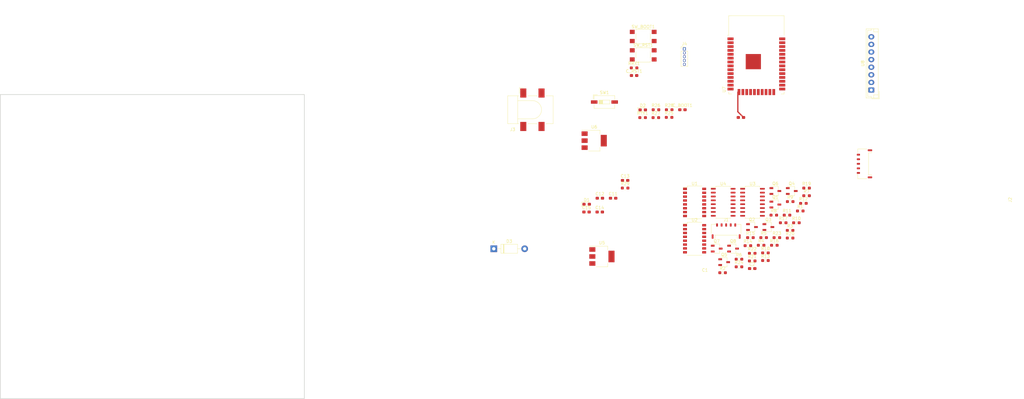
<source format=kicad_pcb>
(kicad_pcb (version 20211014) (generator pcbnew)
  (layers (0 "F.Cu" signal) (31 "B.Cu" signal) (34 "B.Paste" user) (35 "F.Paste" user) (36 "B.SilkS" user "B.Silkscreen") (37 "F.SilkS" user "F.Silkscreen") (38 "B.Mask" user) (39 "F.Mask" user) (44 "Edge.Cuts" user))
  (net 0 "")
  (net 1 "+12V")
  (net 2 "GND")
  (net 3 "+5V")
  (net 4 "+3.3V")
  (net 5 "/Principal/BOOT")
  (net 6 "/Principal/EN{slash}RST")
  (net 7 "Net-(D1-Pad2)")
  (net 8 "Net-(D2-Pad2)")
  (net 9 "Net-(D3-Pad2)")
  (net 10 "Net-(J1-Pad1)")
  (net 11 "Net-(J1-Pad2)")
  (net 12 "Net-(J1-Pad3)")
  (net 13 "Net-(J1-Pad4)")
  (net 14 "Net-(J2-Pad1)")
  (net 15 "Net-(J2-Pad2)")
  (net 16 "Net-(J2-Pad3)")
  (net 17 "Net-(J2-Pad4)")
  (net 18 "Net-(J3-Pad1)")
  (net 19 "Net-(J4-Pad3)")
  (net 20 "Net-(J4-Pad4)")
  (net 21 "Net-(Q1-Pad2)")
  (net 22 "/Motores/Out1")
  (net 23 "Net-(Q2-Pad2)")
  (net 24 "/Motores/Out2")
  (net 25 "Net-(Q3-Pad2)")
  (net 26 "/Motores/Out3")
  (net 27 "Net-(Q4-Pad2)")
  (net 28 "/Motores/Out4")
  (net 29 "Net-(Q5-Pad2)")
  (net 30 "/Motores/Out5")
  (net 31 "Net-(Q6-Pad2)")
  (net 32 "/Motores/Out6")
  (net 33 "Net-(Q7-Pad2)")
  (net 34 "/Motores/Out7")
  (net 35 "Net-(Q8-Pad2)")
  (net 36 "/Motores/Out8")
  (net 37 "/Motores/In1")
  (net 38 "Net-(R5-Pad2)")
  (net 39 "/Motores/In2")
  (net 40 "Net-(R6-Pad2)")
  (net 41 "/Motores/In3")
  (net 42 "Net-(R7-Pad2)")
  (net 43 "/Motores/In4")
  (net 44 "Net-(R8-Pad2)")
  (net 45 "/Motores/In5")
  (net 46 "Net-(R17-Pad2)")
  (net 47 "/Motores/In6")
  (net 48 "Net-(R18-Pad2)")
  (net 49 "/Motores/In7")
  (net 50 "Net-(R19-Pad2)")
  (net 51 "/Motores/In8")
  (net 52 "Net-(R20-Pad2)")
  (net 53 "Net-(R26-Pad1)")
  (net 54 "Net-(R28-Pad1)")
  (net 55 "Net-(RRX1-Pad1)")
  (net 56 "Net-(RTX1-Pad1)")
  (net 57 "/Motores/GNDL")
  (net 92 "/Principal/SS")
  (net 93 "/Principal/SCK")
  (net 94 "/Principal/MISO")
  (net 97 "/Principal/RST")
  (net 98 "/Principal/MOSI")
  (footprint "Resistor_SMD:R_0603_1608Metric_Pad0.98x0.95mm_HandSolder" (layer "F.Cu") (at 337.55 108.6)
    (fp_text reference "R2" (at 0 -1.43) (layer "F.SilkS"))
    (fp_text value "5.1k")
    (pad "1" smd roundrect (at -0.9125 0) (size 0.975 0.95) (layers "F.Cu" "F.Paste" "F.Mask") (net 3 "+5V"))
    (pad "2" smd roundrect (at 0.9125 0) (size 0.975 0.95) (layers "F.Cu" "F.Paste" "F.Mask") (net 23 "Net-(Q2-Pad2)"))
  )
  (footprint "Capacitor_SMD:C_0603_1608Metric_Pad1.08x0.95mm_HandSolder" (layer "F.Cu") (at 305.49 78.24)
    (fp_text reference "C13" (at 0 -1.43) (layer "F.SilkS"))
    (fp_text value "22uF")
    (pad "1" smd roundrect (at -0.8625 0) (size 1.075 0.95) (layers "F.Cu" "F.Paste" "F.Mask") (net 3 "+5V"))
    (pad "2" smd roundrect (at 0.8625 0) (size 1.075 0.95) (layers "F.Cu" "F.Paste" "F.Mask") (net 2 "GND"))
  )
  (footprint "Diode_THT:D_DO-41_SOD81_P10.16mm_Horizontal" (layer "F.Cu") (at 262.3 100.72)
    (fp_text reference "D3" (at 5.08 -2.47) (layer "F.SilkS"))
    (fp_text value "1N4007")
    (fp_text user "K" (at 0 -2.1) (layer "F.SilkS"))
    (pad "1" thru_hole rect (at 0 0) (size 2.2 2.2) (drill 1.1) (layers *.Cu *.Mask) (net 1 "+12V"))
    (pad "2" thru_hole oval (at 10.16 0) (size 2.2 2.2) (drill 1.1) (layers *.Cu *.Mask) (net 9 "Net-(D3-Pad2)"))
  )
  (footprint "Connector_BarrelJack:BarrelJack_CLIFF_FC681465S_SMT_Horizontal" (layer "F.Cu") (at 275 55)
    (fp_text reference "J3" (at -6.5 6.5 180) (layer "F.SilkS"))
    (fp_text value "Barrel_Jack")
    (pad "" np_thru_hole oval (at -2.9 0 90) (size 2 1.5) (drill oval 2 1.5) (layers *.Cu *.Mask))
    (pad "" np_thru_hole circle (at 1.5 0 90) (size 2 2) (drill 2) (layers *.Cu *.Mask))
    (pad "1" smd rect (at -3 -5.5 90) (size 3 2) (layers "F.Cu" "F.Paste" "F.Mask") (net 18 "Net-(J3-Pad1)"))
    (pad "1" smd rect (at 3 -5.5 90) (size 3 2) (layers "F.Cu" "F.Paste" "F.Mask") (net 18 "Net-(J3-Pad1)"))
    (pad "2" smd rect (at 3 5.5 90) (size 3 2) (layers "F.Cu" "F.Paste" "F.Mask") (net 2 "GND"))
    (pad "3" smd rect (at -3 5.5 90) (size 3 2) (layers "F.Cu" "F.Paste" "F.Mask"))
  )
  (footprint "Resistor_SMD:R_0603_1608Metric_Pad0.98x0.95mm_HandSolder" (layer "F.Cu") (at 361.83 92.17)
    (fp_text reference "R10" (at 0 -1.43) (layer "F.SilkS"))
    (fp_text value "5.1k")
    (pad "1" smd roundrect (at -0.9125 0) (size 0.975 0.95) (layers "F.Cu" "F.Paste" "F.Mask") (net 26 "/Motores/Out3"))
    (pad "2" smd roundrect (at 0.9125 0) (size 0.975 0.95) (layers "F.Cu" "F.Paste" "F.Mask") (net 2 "GND"))
  )
  (footprint "Capacitor_SMD:C_0603_1608Metric_Pad1.08x0.95mm_HandSolder" (layer "F.Cu") (at 297.19 84.09)
    (fp_text reference "C12" (at 0 -1.43) (layer "F.SilkS"))
    (fp_text value "10uF")
    (pad "1" smd roundrect (at -0.8625 0) (size 1.075 0.95) (layers "F.Cu" "F.Paste" "F.Mask") (net 1 "+12V"))
    (pad "2" smd roundrect (at 0.8625 0) (size 1.075 0.95) (layers "F.Cu" "F.Paste" "F.Mask") (net 2 "GND"))
  )
  (footprint "Resistor_SMD:R_0603_1608Metric_Pad0.98x0.95mm_HandSolder" (layer "F.Cu") (at 347.29 104.72)
    (fp_text reference "R21" (at 0 -1.43) (layer "F.SilkS"))
    (fp_text value "5.1k")
    (pad "1" smd roundrect (at -0.9125 0) (size 0.975 0.95) (layers "F.Cu" "F.Paste" "F.Mask") (net 36 "/Motores/Out8"))
    (pad "2" smd roundrect (at 0.9125 0) (size 0.975 0.95) (layers "F.Cu" "F.Paste" "F.Mask") (net 2 "GND"))
  )
  (footprint "Capacitor_SMD:C_0603_1608Metric_Pad1.08x0.95mm_HandSolder" (layer "F.Cu") (at 347.29 107.23)
    (fp_text reference "C2" (at 0 -1.43) (layer "F.SilkS"))
    (fp_text value "100n")
    (pad "1" smd roundrect (at -0.8625 0) (size 1.075 0.95) (layers "F.Cu" "F.Paste" "F.Mask") (net 1 "+12V"))
    (pad "2" smd roundrect (at 0.8625 0) (size 1.075 0.95) (layers "F.Cu" "F.Paste" "F.Mask") (net 2 "GND"))
  )
  (footprint "Connector_JST:JST_AUH_BM05B-AUHKS-GA-TB_1x05-1MP_P1.50mm_Vertical" (layer "F.Cu") (at 338.72 94.9)
    (fp_text reference "J1" (at 0 -3.72) (layer "F.SilkS"))
    (fp_text value "Conector para bobinas del motor 1")
    (pad "1" smd roundrect (at -3 -2) (size 0.6 1.05) (layers "F.Cu" "F.Paste" "F.Mask") (net 10 "Net-(J1-Pad1)"))
    (pad "2" smd roundrect (at -1.5 -2) (size 0.6 1.05) (layers "F.Cu" "F.Paste" "F.Mask") (net 11 "Net-(J1-Pad2)"))
    (pad "3" smd roundrect (at 0 -2) (size 0.6 1.05) (layers "F.Cu" "F.Paste" "F.Mask") (net 12 "Net-(J1-Pad3)"))
    (pad "4" smd roundrect (at 1.5 -2) (size 0.6 1.05) (layers "F.Cu" "F.Paste" "F.Mask") (net 13 "Net-(J1-Pad4)"))
    (pad "5" smd roundrect (at 3 -2) (size 0.6 1.05) (layers "F.Cu" "F.Paste" "F.Mask"))
    (pad "MP" smd roundrect (at 4.45 1.8) (size 0.6 1.45) (layers "F.Cu" "F.Paste" "F.Mask"))
    (pad "MP" smd roundrect (at -4.45 1.8) (size 0.6 1.45) (layers "F.Cu" "F.Paste" "F.Mask"))
  )
  (footprint "Package_TO_SOT_SMD:TSOT-23" (layer "F.Cu") (at 352.61 93.58)
    (fp_text reference "Q3" (at 0 -2.45) (layer "F.SilkS"))
    (fp_text value "S8550")
    (pad "1" smd rect (at -1.31 -0.95) (size 1.22 0.65) (layers "F.Cu" "F.Paste" "F.Mask") (net 3 "+5V"))
    (pad "2" smd rect (at -1.31 0.95) (size 1.22 0.65) (layers "F.Cu" "F.Paste" "F.Mask") (net 25 "Net-(Q3-Pad2)"))
    (pad "3" smd rect (at 1.31 0) (size 1.22 0.65) (layers "F.Cu" "F.Paste" "F.Mask") (net 26 "/Motores/Out3"))
  )
  (footprint "Package_TO_SOT_SMD:TSOT-23" (layer "F.Cu") (at 335.61 100.67)
    (fp_text reference "Q7" (at 0 -2.45) (layer "F.SilkS"))
    (fp_text value "S8550")
    (pad "1" smd rect (at -1.31 -0.95) (size 1.22 0.65) (layers "F.Cu" "F.Paste" "F.Mask") (net 3 "+5V"))
    (pad "2" smd rect (at -1.31 0.95) (size 1.22 0.65) (layers "F.Cu" "F.Paste" "F.Mask") (net 33 "Net-(Q7-Pad2)"))
    (pad "3" smd rect (at 1.31 0) (size 1.22 0.65) (layers "F.Cu" "F.Paste" "F.Mask") (net 34 "/Motores/Out7"))
  )
  (footprint "Capacitor_SMD:C_0603_1608Metric_Pad1.08x0.95mm_HandSolder" (layer "F.Cu") (at 292.8 88.63)
    (fp_text reference "C15" (at 0 -1.43) (layer "F.SilkS"))
    (fp_text value "22u")
    (pad "1" smd roundrect (at -0.8625 0) (size 1.075 0.95) (layers "F.Cu" "F.Paste" "F.Mask") (net 4 "+3.3V"))
    (pad "2" smd roundrect (at 0.8625 0) (size 1.075 0.95) (layers "F.Cu" "F.Paste" "F.Mask") (net 2 "GND"))
  )
  (footprint "Capacitor_SMD:C_0603_1608Metric_Pad1.08x0.95mm_HandSolder" (layer "F.Cu") (at 343.58 57.54)
    (fp_text reference "C1" (at -11.84 50.2) (layer "F.SilkS"))
    (fp_text value "100n")
    (pad "1" smd roundrect (at -0.8625 0) (size 1.075 0.95) (layers "F.Cu" "F.Paste" "F.Mask") (net 2 "GND"))
    (pad "2" smd roundrect (at 0.8625 0) (size 1.075 0.95) (layers "F.Cu" "F.Paste" "F.Mask") (net 2 "GND"))
  )
  (footprint "Resistor_SMD:R_0603_1608Metric_Pad0.98x0.95mm_HandSolder" (layer "F.Cu") (at 365.17 80.76)
    (fp_text reference "R19" (at 0 -1.43) (layer "F.SilkS"))
    (fp_text value "220")
    (pad "1" smd roundrect (at -0.9125 0) (size 0.975 0.95) (layers "F.Cu" "F.Paste" "F.Mask") (net 49 "/Motores/In7"))
    (pad "2" smd roundrect (at 0.9125 0) (size 0.975 0.95) (layers "F.Cu" "F.Paste" "F.Mask") (net 50 "Net-(R19-Pad2)"))
  )
  (footprint "Resistor_SMD:R_0603_1608Metric_Pad0.98x0.95mm_HandSolder" (layer "F.Cu") (at 354.57 99.57)
    (fp_text reference "R16" (at 0 -1.43) (layer "F.SilkS"))
    (fp_text value "5.1k")
    (pad "1" smd roundrect (at -0.9125 0) (size 0.975 0.95) (layers "F.Cu" "F.Paste" "F.Mask") (net 3 "+5V"))
    (pad "2" smd roundrect (at 0.9125 0) (size 0.975 0.95) (layers "F.Cu" "F.Paste" "F.Mask") (net 35 "Net-(Q8-Pad2)"))
  )
  (footprint "Resistor_SMD:R_0603_1608Metric_Pad0.98x0.95mm_HandSolder" (layer "F.Cu") (at 365.17 83.27)
    (fp_text reference "R7" (at 0 -1.43) (layer "F.SilkS"))
    (fp_text value "220")
    (pad "1" smd roundrect (at -0.9125 0) (size 0.975 0.95) (layers "F.Cu" "F.Paste" "F.Mask") (net 41 "/Motores/In3"))
    (pad "2" smd roundrect (at 0.9125 0) (size 0.975 0.95) (layers "F.Cu" "F.Paste" "F.Mask") (net 42 "Net-(R7-Pad2)"))
  )
  (footprint "Resistor_SMD:R_0603_1608Metric_Pad0.98x0.95mm_HandSolder" (layer "F.Cu") (at 351.64 104.59)
    (fp_text reference "R13" (at 0 -1.43) (layer "F.SilkS"))
    (fp_text value "5.1k")
    (pad "1" smd roundrect (at -0.9125 0) (size 0.975 0.95) (layers "F.Cu" "F.Paste" "F.Mask") (net 3 "+5V"))
    (pad "2" smd roundrect (at 0.9125 0) (size 0.975 0.95) (layers "F.Cu" "F.Paste" "F.Mask") (net 29 "Net-(Q5-Pad2)"))
  )
  (footprint "Resistor_SMD:R_0603_1608Metric_Pad0.98x0.95mm_HandSolder" (layer "F.Cu") (at 315.64 55)
    (fp_text reference "R26" (at 0 -1.43) (layer "F.SilkS"))
    (fp_text value "470")
    (pad "1" smd roundrect (at -0.9125 0) (size 0.975 0.95) (layers "F.Cu" "F.Paste" "F.Mask") (net 53 "Net-(R26-Pad1)"))
    (pad "2" smd roundrect (at 0.9125 0) (size 0.975 0.95) (layers "F.Cu" "F.Paste" "F.Mask") (net 5 "/Principal/BOOT"))
  )
  (footprint "Resistor_SMD:R_0603_1608Metric_Pad0.98x0.95mm_HandSolder" (layer "F.Cu") (at 308.44 41.23)
    (fp_text reference "RRX1" (at 0 -1.43) (layer "F.SilkS"))
    (fp_text value "R")
    (pad "1" smd roundrect (at -0.9125 0) (size 0.975 0.95) (layers "F.Cu" "F.Paste" "F.Mask") (net 55 "Net-(RRX1-Pad1)"))
    (pad "2" smd roundrect (at 0.9125 0) (size 0.975 0.95) (layers "F.Cu" "F.Paste" "F.Mask") (net 20 "Net-(J4-Pad4)"))
  )
  (footprint "Capacitor_SMD:C_0603_1608Metric_Pad1.08x0.95mm_HandSolder" (layer "F.Cu") (at 297.15 88.63)
    (fp_text reference "C14" (at 0 -1.43) (layer "F.SilkS"))
    (fp_text value "22u")
    (pad "1" smd roundrect (at -0.8625 0) (size 1.075 0.95) (layers "F.Cu" "F.Paste" "F.Mask") (net 1 "+12V"))
    (pad "2" smd roundrect (at 0.8625 0) (size 1.075 0.95) (layers "F.Cu" "F.Paste" "F.Mask") (net 2 "GND"))
  )
  (footprint "Connector_JST:JST_EH_B8B-EH-A_1x08_P2.50mm_Vertical" (layer "F.Cu") (at 386.46 48.51 90)
    (fp_text reference "U8" (at 8.75 -2.8 90) (layer "F.SilkS"))
    (fp_text value "RFID_RC522")
    (pad "1" thru_hole roundrect (at 0 0 90) (size 1.7 1.95) (drill 0.95) (layers *.Cu *.Mask) (roundrect_rratio 0.147059) (net 92 "/Principal/SS"))
    (pad "2" thru_hole oval (at 2.5 0 90) (size 1.7 1.95) (drill 0.95) (layers *.Cu *.Mask) (net 93 "/Principal/SCK"))
    (pad "3" thru_hole oval (at 5 0 90) (size 1.7 1.95) (drill 0.95) (layers *.Cu *.Mask) (net 98 "/Principal/MOSI"))
    (pad "4" thru_hole oval (at 7.5 0 90) (size 1.7 1.95) (drill 0.95) (layers *.Cu *.Mask) (net 94 "/Principal/MISO"))
    (pad "5" thru_hole oval (at 10 0 90) (size 1.7 1.95) (drill 0.95) (layers *.Cu *.Mask))
    (pad "6" thru_hole oval (at 12.5 0 90) (size 1.7 1.95) (drill 0.95) (layers *.Cu *.Mask) (net 2 "GND"))
    (pad "7" thru_hole oval (at 15 0 90) (size 1.7 1.95) (drill 0.95) (layers *.Cu *.Mask) (net 97 "/Principal/RST"))
    (pad "8" thru_hole oval (at 17.5 0 90) (size 1.7 1.95) (drill 0.95) (layers *.Cu *.Mask) (net 4 "+3.3V"))
  )
  (footprint "Resistor_SMD:R_0603_1608Metric_Pad0.98x0.95mm_HandSolder" (layer "F.Cu") (at 342.94 104.15)
    (fp_text reference "R6" (at 0 -1.43) (layer "F.SilkS"))
    (fp_text value "220")
    (pad "1" smd roundrect (at -0.9125 0) (size 0.975 0.95) (layers "F.Cu" "F.Paste" "F.Mask") (net 39 "/Motores/In2"))
    (pad "2" smd roundrect (at 0.9125 0) (size 0.975 0.95) (layers "F.Cu" "F.Paste" "F.Mask") (net 40 "Net-(R6-Pad2)"))
  )
  (footprint "Package_SO:SOP-16_4.4x10.4mm_P1.27mm" (layer "F.Cu") (at 328.34 85.48)
    (fp_text reference "U1" (at 0 -6.2) (layer "F.SilkS"))
    (fp_text value "LTV-247")
    (pad "1" smd rect (at -3.15 -4.45) (size 1.3 0.8) (layers "F.Cu" "F.Paste" "F.Mask") (net 38 "Net-(R5-Pad2)"))
    (pad "2" smd rect (at -3.15 -3.17) (size 1.3 0.8) (layers "F.Cu" "F.Paste" "F.Mask") (net 57 "/Motores/GNDL"))
    (pad "3" smd rect (at -3.15 -1.91) (size 1.3 0.8) (layers "F.Cu" "F.Paste" "F.Mask") (net 40 "Net-(R6-Pad2)"))
    (pad "4" smd rect (at -3.15 -0.64) (size 1.3 0.8) (layers "F.Cu" "F.Paste" "F.Mask") (net 57 "/Motores/GNDL"))
    (pad "5" smd rect (at -3.15 0.64) (size 1.3 0.8) (layers "F.Cu" "F.Paste" "F.Mask") (net 42 "Net-(R7-Pad2)"))
    (pad "6" smd rect (at -3.15 1.91) (size 1.3 0.8) (layers "F.Cu" "F.Paste" "F.Mask") (net 57 "/Motores/GNDL"))
    (pad "7" smd rect (at -3.15 3.17) (size 1.3 0.8) (layers "F.Cu" "F.Paste" "F.Mask") (net 44 "Net-(R8-Pad2)"))
    (pad "8" smd rect (at -3.15 4.45) (size 1.3 0.8) (layers "F.Cu" "F.Paste" "F.Mask") (net 57 "/Motores/GNDL"))
    (pad "9" smd rect (at 3.15 4.45) (size 1.3 0.8) (layers "F.Cu" "F.Paste" "F.Mask") (net 2 "GND"))
    (pad "10" smd rect (at 3.15 3.17) (size 1.3 0.8) (layers "F.Cu" "F.Paste" "F.Mask") (net 27 "Net-(Q4-Pad2)"))
    (pad "11" smd rect (at 3.15 1.91) (size 1.3 0.8) (layers "F.Cu" "F.Paste" "F.Mask") (net 2 "GND"))
    (pad "12" smd rect (at 3.15 0.64) (size 1.3 0.8) (layers "F.Cu" "F.Paste" "F.Mask") (net 25 "Net-(Q3-Pad2)"))
    (pad "13" smd rect (at 3.15 -0.64) (size 1.3 0.8) (layers "F.Cu" "F.Paste" "F.Mask") (net 2 "GND"))
    (pad "14" smd rect (at 3.15 -1.91) (size 1.3 0.8) (layers "F.Cu" "F.Paste" "F.Mask") (net 23 "Net-(Q2-Pad2)"))
    (pad "15" smd rect (at 3.15 -3.17) (size 1.3 0.8) (layers "F.Cu" "F.Paste" "F.Mask") (net 2 "GND"))
    (pad "16" smd rect (at 3.15 -4.45) (size 1.3 0.8) (layers "F.Cu" "F.Paste" "F.Mask") (net 21 "Net-(Q1-Pad2)"))
  )
  (footprint "Connector_PinHeader_1.27mm:PinHeader_1x05_P1.27mm_Vertical" (layer "F.Cu") (at 325 35)
    (fp_text reference "J4" (at 0 -1.695) (layer "F.SilkS"))
    (fp_text value "USB Programador")
    (pad "1" thru_hole rect (at 0 0) (size 1 1) (drill 0.65) (layers *.Cu *.Mask) (net 3 "+5V"))
    (pad "2" thru_hole oval (at 0 1.27) (size 1 1) (drill 0.65) (layers *.Cu *.Mask) (net 4 "+3.3V"))
    (pad "3" thru_hole oval (at 0 2.54) (size 1 1) (drill 0.65) (layers *.Cu *.Mask) (net 19 "Net-(J4-Pad3)"))
    (pad "4" thru_hole oval (at 0 3.81) (size 1 1) (drill 0.65) (layers *.Cu *.Mask) (net 20 "Net-(J4-Pad4)"))
    (pad "5" thru_hole oval (at 0 5.08) (size 1 1) (drill 0.65) (layers *.Cu *.Mask) (net 2 "GND"))
  )
  (footprint "Resistor_SMD:R_0603_1608Metric_Pad0.98x0.95mm_HandSolder" (layer "F.Cu") (at 359.75 94.68)
    (fp_text reference "R3" (at 0 -1.43) (layer "F.SilkS"))
    (fp_text value "5.1k")
    (pad "1" smd roundrect (at -0.9125 0) (size 0.975 0.95) (layers "F.Cu" "F.Paste" "F.Mask") (net 3 "+5V"))
    (pad "2" smd roundrect (at 0.9125 0) (size 0.975 0.95) (layers "F.Cu" "F.Paste" "F.Mask") (net 25 "Net-(Q3-Pad2)"))
  )
  (footprint "Resistor_SMD:R_0603_1608Metric_Pad0.98x0.95mm_HandSolder" (layer "F.Cu") (at 364.13 85.78)
    (fp_text reference "R12" (at 0 -1.43) (layer "F.SilkS"))
    (fp_text value "5.1k")
    (pad "1" smd roundrect (at -0.9125 0) (size 0.975 0.95) (layers "F.Cu" "F.Paste" "F.Mask") (net 22 "/Motores/Out1"))
    (pad "2" smd roundrect (at 0.9125 0) (size 0.975 0.95) (layers "F.Cu" "F.Paste" "F.Mask") (net 2 "GND"))
  )
  (footprint "RF_Module:ESP32-WROOM-32" (layer "F.Cu") (at 348.66 39.93)
    (fp_text reference "U7" (at -10.61 8.43 90) (layer "F.SilkS"))
    (fp_text value "ESP32-WROOM-32")
    (pad "1" smd rect (at -8.5 -8.255) (size 2 0.9) (layers "F.Cu" "F.Paste" "F.Mask") (net 2 "GND"))
    (pad "2" smd rect (at -8.5 -6.985) (size 2 0.9) (layers "F.Cu" "F.Paste" "F.Mask") (net 4 "+3.3V"))
    (pad "3" smd rect (at -8.5 -5.715) (size 2 0.9) (layers "F.Cu" "F.Paste" "F.Mask") (net 6 "/Principal/EN{slash}RST"))
    (pad "4" smd rect (at -8.5 -4.445) (size 2 0.9) (layers "F.Cu" "F.Paste" "F.Mask"))
    (pad "5" smd rect (at -8.5 -3.175) (size 2 0.9) (layers "F.Cu" "F.Paste" "F.Mask"))
    (pad "6" smd rect (at -8.5 -1.905) (size 2 0.9) (layers "F.Cu" "F.Paste" "F.Mask"))
    (pad "7" smd rect (at -8.5 -0.635) (size 2 0.9) (layers "F.Cu" "F.Paste" "F.Mask"))
    (pad "8" smd rect (at -8.5 0.635) (size 2 0.9) (layers "F.Cu" "F.Paste" "F.Mask") (net 54 "Net-(R28-Pad1)"))
    (pad "9" smd rect (at -8.5 1.905) (size 2 0.9) (layers "F.Cu" "F.Paste" "F.Mask"))
    (pad "10" smd rect (at -8.5 3.175) (size 2 0.9) (layers "F.Cu" "F.Paste" "F.Mask"))
    (pad "11" smd rect (at -8.5 4.445) (size 2 0.9) (layers "F.Cu" "F.Paste" "F.Mask"))
    (pad "12" smd rect (at -8.5 5.715) (size 2 0.9) (layers "F.Cu" "F.Paste" "F.Mask"))
    (pad "13" smd rect (at -8.5 6.985) (size 2 0.9) (layers "F.Cu" "F.Paste" "F.Mask"))
    (pad "14" smd rect (at -8.5 8.255) (size 2 0.9) (layers "F.Cu" "F.Paste" "F.Mask"))
    (pad "15" smd rect (at -5.715 9.255 90) (size 2 0.9) (layers "F.Cu" "F.Paste" "F.Mask") (net 2 "GND"))
    (pad "16" smd rect (at -4.445 9.255 90) (size 2 0.9) (layers "F.Cu" "F.Paste" "F.Mask"))
    (pad "17" smd rect (at -3.175 9.255 90) (size 2 0.9) (layers "F.Cu" "F.Paste" "F.Mask"))
    (pad "18" smd rect (at -1.905 9.255 90) (size 2 0.9) (layers "F.Cu" "F.Paste" "F.Mask"))
    (pad "19" smd rect (at -0.635 9.255 90) (size 2 0.9) (layers "F.Cu" "F.Paste" "F.Mask"))
    (pad "20" smd rect (at 0.635 9.255 90) (size 2 0.9) (layers "F.Cu" "F.Paste" "F.Mask"))
    (pad "21" smd rect (at 1.905 9.255 90) (size 2 0.9) (layers "F.Cu" "F.Paste" "F.Mask"))
    (pad "22" smd rect (at 3.175 9.255 90) (size 2 0.9) (layers "F.Cu" "F.Paste" "F.Mask"))
    (pad "23" smd rect (at 4.445 9.255 90) (size 2 0.9) (layers "F.Cu" "F.Paste" "F.Mask"))
    (pad "24" smd rect (at 5.715 9.255 90) (size 2 0.9) (layers "F.Cu" "F.Paste" "F.Mask"))
    (pad "25" smd rect (at 8.5 8.255) (size 2 0.9) (layers "F.Cu" "F.Paste" "F.Mask") (net 5 "/Principal/BOOT"))
    (pad "26" smd rect (at 8.5 6.985) (size 2 0.9) (layers "F.Cu" "F.Paste" "F.Mask"))
    (pad "27" smd rect (at 8.5 5.715) (size 2 0.9) (layers "F.Cu" "F.Paste" "F.Mask"))
    (pad "28" smd rect (at 8.5 4.445) (size 2 0.9) (layers "F.Cu" "F.Paste" "F.Mask"))
    (pad "29" smd rect (at 8.5 3.175) (size 2 0.9) (layers "F.Cu" "F.Paste" "F.Mask") (net 92 "/Principal/SS"))
    (pad "30" smd rect (at 8.5 1.905) (size 2 0.9) (layers "F.Cu" "F.Paste" "F.Mask") (net 93 "/Principal/SCK"))
    (pad "31" smd rect (at 8.5 0.635) (size 2 0.9) (layers "F.Cu" "F.Paste" "F.Mask") (net 94 "/Principal/MISO"))
    (pad "32" smd rect (at 8.5 -0.635) (size 2 0.9) (layers "F.Cu" "F.Paste" "F.Mask"))
    (pad "33" smd rect (at 8.5 -1.905) (size 2 0.9) (layers "F.Cu" "F.Paste" "F.Mask"))
    (pad "34" smd rect (at 8.5 -3.175) (size 2 0.9) (layers "F.Cu" "F.Paste" "F.Mask") (net 55 "Net-(RRX1-Pad1)"))
    (pad "35" smd rect (at 8.5 -4.445) (size 2 0.9) (layers "F.Cu" "F.Paste" "F.Mask") (net 56 "Net-(RTX1-Pad1)"))
    (pad "36" smd rect (at 8.5 -5.715) (size 2 0.9) (layers "F.Cu" "F.Paste" "F.Mask") (net 97 "/Principal/RST"))
    (pad "37" smd rect (at 8.5 -6.985) (size 2 0.9) (layers "F.Cu" "F.Paste" "F.Mask") (net 98 "/Principal/MOSI"))
    (pad "38" smd rect (at 8.5 -8.255) (size 2 0.9) (layers "F.Cu" "F.Paste" "F.Mask") (net 2 "GND"))
    (pad "39" smd rect (at -1 -0.755) (size 5 5) (layers "F.Cu" "F.Paste" "F.Mask") (net 2 "GND"))
  )
  (footprint "Package_TO_SOT_SMD:TSOT-23" (layer "F.Cu") (at 354.91 86.18)
    (fp_text reference "Q1" (at 0 -2.45) (layer "F.SilkS"))
    (fp_text value "S8550")
    (pad "1" smd rect (at -1.31 -0.95) (size 1.22 0.65) (layers "F.Cu" "F.Paste" "F.Mask") (net 3 "+5V"))
    (pad "2" smd rect (at -1.31 0.95) (size 1.22 0.65) (layers "F.Cu" "F.Paste" "F.Mask") (net 21 "Net-(Q1-Pad2)"))
    (pad "3" smd rect (at 1.31 0) (size 1.22 0.65) (layers "F.Cu" "F.Paste" "F.Mask") (net 22 "/Motores/Out1"))
  )
  (footprint "Resistor_SMD:R_0603_1608Metric_Pad0.98x0.95mm_HandSolder" (layer "F.Cu") (at 315.6 57.59)
    (fp_text reference "R27" (at 0 -1.43) (layer "F.SilkS"))
    (fp_text value "10k")
    (pad "1" smd roundrect (at -0.9125 0) (size 0.975 0.95) (layers "F.Cu" "F.Paste" "F.Mask") (net 5 "/Principal/BOOT"))
    (pad "2" smd roundrect (at 0.9125 0) (size 0.975 0.95) (layers "F.Cu" "F.Paste" "F.Mask") (net 4 "+3.3V"))
  )
  (footprint "Package_TO_SOT_SMD:SOT-223-3_TabPin2" (layer "F.Cu") (at 297.86 103.26)
    (fp_text reference "U5" (at 0 -4.5) (layer "F.SilkS"))
    (fp_text value "AMS1117-5.0")
    (pad "1" smd rect (at -3.15 -2.3) (size 2 1.5) (layers "F.Cu" "F.Paste" "F.Mask") (net 2 "GND"))
    (pad "2" smd rect (at -3.15 0) (size 2 1.5) (layers "F.Cu" "F.Paste" "F.Mask") (net 3 "+5V"))
    (pad "2" smd rect (at 3.15 0) (size 2 3.8) (layers "F.Cu" "F.Paste" "F.Mask") (net 3 "+5V"))
    (pad "3" smd rect (at -3.15 2.3) (size 2 1.5) (layers "F.Cu" "F.Paste" "F.Mask") (net 1 "+12V"))
  )
  (footprint "Resistor_SMD:R_0603_1608Metric_Pad0.98x0.95mm_HandSolder" (layer "F.Cu") (at 342.94 106.66)
    (fp_text reference "R24" (at 0 -1.43) (layer "F.SilkS"))
    (fp_text value "5.1k")
    (pad "1" smd roundrect (at -0.9125 0) (size 0.975 0.95) (layers "F.Cu" "F.Paste" "F.Mask") (net 30 "/Motores/Out5"))
    (pad "2" smd roundrect (at 0.9125 0) (size 0.975 0.95) (layers "F.Cu" "F.Paste" "F.Mask") (net 2 "GND"))
  )
  (footprint "Button_Switch_SMD:SW_DIP_SPSTx01_Slide_6.7x4.1mm_W6.73mm_P2.54mm_LowProfile_JPin" (layer "F.Cu") (at 298.69 52.46)
    (fp_text reference "SW1" (at 0 -3.11) (layer "F.SilkS"))
    (fp_text value "SW_DIP_x01")
    (pad "1" smd rect (at -3.365 0) (size 2.16 1.12) (layers "F.Cu" "F.Paste" "F.Mask") (net 18 "Net-(J3-Pad1)"))
    (pad "2" smd rect (at 3.365 0) (size 2.16 1.12) (layers "F.Cu" "F.Paste" "F.Mask") (net 9 "Net-(D3-Pad2)"))
  )
  (footprint "Resistor_SMD:R_0603_1608Metric_Pad0.98x0.95mm_HandSolder" (layer "F.Cu") (at 311.25 57.59)
    (fp_text reference "RTX1" (at 0 -1.43) (layer "F.SilkS"))
    (fp_text value "R")
    (pad "1" smd roundrect (at -0.9125 0) (size 0.975 0.95) (layers "F.Cu" "F.Paste" "F.Mask") (net 56 "Net-(RTX1-Pad1)"))
    (pad "2" smd roundrect (at 0.9125 0) (size 0.975 0.95) (layers "F.Cu" "F.Paste" "F.Mask") (net 19 "Net-(J4-Pad3)"))
  )
  (footprint "Resistor_SMD:R_0603_1608Metric_Pad0.98x0.95mm_HandSolder" (layer "F.Cu") (at 359.75 97.19)
    (fp_text reference "R20" (at 0 -1.43) (layer "F.SilkS"))
    (fp_text value "220")
    (pad "1" smd roundrect (at -0.9125 0) (size 0.975 0.95) (layers "F.Cu" "F.Paste" "F.Mask") (net 51 "/Motores/In8"))
    (pad "2" smd roundrect (at 0.9125 0) (size 0.975 0.95) (layers "F.Cu" "F.Paste" "F.Mask") (net 52 "Net-(R20-Pad2)"))
  )
  (footprint "Connector_JST:JST_AUH_BM05B-AUHKS-GA-TB_1x05-1MP_P1.50mm_Vertical" (layer "F.Cu") (at 384.22 72.78 90)
    (fp_text reference "J2" (at -11.84 47.91 90) (layer "F.SilkS"))
    (fp_text value "Conector para bobinas del motor 2")
    (pad "1" smd roundrect (at -3 -2 90) (size 0.6 1.05) (layers "F.Cu" "F.Paste" "F.Mask") (net 14 "Net-(J2-Pad1)"))
    (pad "2" smd roundrect (at -1.5 -2 90) (size 0.6 1.05) (layers "F.Cu" "F.Paste" "F.Mask") (net 15 "Net-(J2-Pad2)"))
    (pad "3" smd roundrect (at 0 -2 90) (size 0.6 1.05) (layers "F.Cu" "F.Paste" "F.Mask") (net 16 "Net-(J2-Pad3)"))
    (pad "4" smd roundrect (at 1.5 -2 90) (size 0.6 1.05) (layers "F.Cu" "F.Paste" "F.Mask") (net 17 "Net-(J2-Pad4)"))
    (pad "5" smd roundrect (at 3 -2 90) (size 0.6 1.05) (layers "F.Cu" "F.Paste" "F.Mask"))
    (pad "MP" smd roundrect (at -4.45 1.8 90) (size 0.6 1.45) (layers "F.Cu" "F.Paste" "F.Mask"))
    (pad "MP" smd roundrect (at 4.45 1.8 90) (size 0.6 1.45) (layers "F.Cu" "F.Paste" "F.Mask"))
  )
  (footprint "Package_TO_SOT_SMD:TSOT-23" (layer "F.Cu") (at 360.3 81.73)
    (fp_text reference "Q4" (at 0 -2.45) (layer "F.SilkS"))
    (fp_text value "S8550")
    (pad "1" smd rect (at -1.31 -0.95) (size 1.22 0.65) (layers "F.Cu" "F.Paste" "F.Mask") (net 3 "+5V"))
    (pad "2" smd rect (at -1.31 0.95) (size 1.22 0.65) (layers "F.Cu" "F.Paste" "F.Mask") (net 27 "Net-(Q4-Pad2)"))
    (pad "3" smd rect (at 1.31 0) (size 1.22 0.65) (layers "F.Cu" "F.Paste" "F.Mask") (net 28 "/Motores/Out4"))
  )
  (footprint "LED_SMD:LED_0603_1608Metric_Pad1.05x0.95mm_HandSolder" (layer "F.Cu") (at 292.845 86.08)
    (fp_text reference "D1" (at 0 -1.43) (layer "F.SilkS"))
    (fp_text value "Led_ON")
    (pad "1" smd roundrect (at -0.875 0) (size 1.05 0.95) (layers "F.Cu" "F.Paste" "F.Mask") (net 2 "GND"))
    (pad "2" smd roundrect (at 0.875 0) (size 1.05 0.95) (layers "F.Cu" "F.Paste" "F.Mask") (net 7 "Net-(D1-Pad2)"))
  )
  (footprint "Package_SO:SOIC-16_4.55x10.3mm_P1.27mm" (layer "F.Cu") (at 347.39 85.43)
    (fp_text reference "U3" (at 0 -6.1) (layer "F.SilkS"))
    (fp_text value "ULN2003A")
    (pad "1" smd roundrect (at -3.25 -4.445) (size 1.6 0.55) (layers "F.Cu" "F.Paste" "F.Mask") (net 22 "/Motores/Out1"))
    (pad "2" smd roundrect (at -3.25 -3.175) (size 1.6 0.55) (layers "F.Cu" "F.Paste" "F.Mask") (net 24 "/Motores/Out2"))
    (pad "3" smd roundrect (at -3.25 -1.905) (size 1.6 0.55) (layers "F.Cu" "F.Paste" "F.Mask") (net 26 "/Motores/Out3"))
    (pad "4" smd roundrect (at -3.25 -0.635) (size 1.6 0.55) (layers "F.Cu" "F.Paste" "F.Mask") (net 28 "/Motores/Out4"))
    (pad "5" smd roundrect (at -3.25 0.635) (size 1.6 0.55) (layers "F.Cu" "F.Paste" "F.Mask"))
    (pad "6" smd roundrect (at -3.25 1.905) (size 1.6 0.55) (layers "F.Cu" "F.Paste" "F.Mask"))
    (pad "7" smd roundrect (at -3.25 3.175) (size 1.6 0.55) (layers "F.Cu" "F.Paste" "F.Mask"))
    (pad "8" smd roundrect (at -3.25 4.445) (size 1.6 0.55) (layers "F.Cu" "F.Paste" "F.Mask") (net 2 "GND"))
    (pad "9" smd roundrect (at 3.25 4.445) (size 1.6 0.55) (layers "F.Cu" "F.Paste" "F.Mask") (net 1 "+12V"))
    (pad "10" smd roundrect (at 3.25 3.175) (size 1.6 0.55) (layers "F.Cu" "F.Paste" "F.Mask"))
    (pad "11" smd roundrect (at 3.25 1.905) (size 1.6 0.55) (layers "F.Cu" "F.Paste" "F.Mask"))
    (pad "12" smd roundrect (at 3.25 0.635) (size 1.6 0.55) (layers "F.Cu" "F.Paste" "F.Mask"))
    (pad "13" smd roundrect (at 3.25 -0.635) (size 1.6 0.55) (layers "F.Cu" "F.Paste" "F.Mask") (net 13 "Net-(J1-Pad4)"))
    (pad "14" smd roundrect (at 3.25 -1.905) (size 1.6 0.55) (layers "F.Cu" "F.Paste" "F.Mask") (net 12 "Net-(J1-Pad3)"))
    (pad "15" smd roundrect (at 3.25 -3.175) (size 1.6 0.55) (layers "F.Cu" "F.Paste" "F.Mask") (net 11 "Net-(J1-Pad2)"))
    (pad "16" smd roundrect (at 3.25 -4.445) (size 1.6 0.55) (layers "F.Cu" "F.Paste" "F.Mask") (net 10 "Net-(J1-Pad1)"))
  )
  (footprint "Resistor_SMD:R_0603_1608Metric_Pad0.98x0.95mm_HandSolder" (layer "F.Cu") (at 305.49 80.75)
    (fp_text reference "R29" (at 0 -1.43) (layer "F.SilkS"))
    (fp_text value "56")
    (pad "1" smd roundrect (at -0.9125 0) (size 0.975 0.95) (layers "F.Cu" "F.Paste" "F.Mask") (net 4 "+3.3V"))
    (pad "2" smd roundrect (at 0.9125 0) (size 0.975 0.95) (layers "F.Cu" "F.Paste" "F.Mask") (net 7 "Net-(D1-Pad2)"))
  )
  (footprint "Package_TO_SOT_SMD:SOT-223-3_TabPin2" (layer "F.Cu") (at 295.32 65.16)
    (fp_text reference "U6" (at 0 -4.5) (layer "F.SilkS"))
    (fp_text value "AMS1117-3.3")
    (pad "1" smd rect (at -3.15 -2.3) (size 2 1.5) (layers "F.Cu" "F.Paste" "F.Mask") (net 2 "GND"))
    (pad "2" smd rect (at 3.15 0) (size 2 3.8) (layers "F.Cu" "F.Paste" "F.Mask") (net 4 "+3.3V"))
    (pad "2" smd rect (at -3.15 0) (size 2 1.5) (layers "F.Cu" "F.Paste" "F.Mask") (net 4 "+3.3V"))
    (pad "3" smd rect (at -3.15 2.3) (size 2 1.5) (layers "F.Cu" "F.Paste" "F.Mask") (net 1 "+12V"))
  )
  (footprint "Capacitor_SMD:C_0603_1608Metric_Pad1.08x0.95mm_HandSolder" (layer "F.Cu") (at 308.44 43.74)
    (fp_text reference "C_RST1" (at 0 -1.43) (layer "F.SilkS"))
    (fp_text value "100nF")
    (pad "1" smd roundrect (at -0.8625 0) (size 1.075 0.95) (layers "F.Cu" "F.Paste" "F.Mask") (net 2 "GND"))
    (pad "2" smd roundrect (at 0.8625 0) (size 1.075 0.95) (layers "F.Cu" "F.Paste" "F.Mask") (net 6 "/Principal/EN{slash}RST"))
  )
  (footprint "Capacitor_SMD:C_0603_1608Metric_Pad1.08x0.95mm_HandSolder" (layer "F.Cu") (at 301.54 84.09)
    (fp_text reference "C11" (at 0 -1.43) (layer "F.SilkS"))
    (fp_text value "22uF")
    (pad "1" smd roundrect (at -0.8625 0) (size 1.075 0.95) (layers "F.Cu" "F.Paste" "F.Mask") (net 1 "+12V"))
    (pad "2" smd roundrect (at 0.8625 0) (size 1.075 0.95) (layers "F.Cu" "F.Paste" "F.Mask") (net 2 "GND"))
  )
  (footprint "Resistor_SMD:R_0603_1608Metric_Pad0.98x0.95mm_HandSolder" (layer "F.Cu") (at 345.87 99.7)
    (fp_text reference "R14" (at 0 -1.43) (layer "F.SilkS"))
    (fp_text value "5.1k")
    (pad "1" smd roundrect (at -0.9125 0) (size 0.975 0.95) (layers "F.Cu" "F.Paste" "F.Mask") (net 3 "+5V"))
    (pad "2" smd roundrect (at 0.9125 0) (size 0.975 0.95) (layers "F.Cu" "F.Paste" "F.Mask") (net 31 "Net-(Q6-Pad2)"))
  )
  (footprint "Resistor_SMD:R_0603_1608Metric_Pad0.98x0.95mm_HandSolder" (layer "F.Cu") (at 355.4 97.06)
    (fp_text reference "R23" (at 0 -1.43) (layer "F.SilkS"))
    (fp_text value "5.1k")
    (pad "1" smd roundrect (at -0.9125 0) (size 0.975 0.95) (layers "F.Cu" "F.Paste" "F.Mask") (net 32 "/Motores/Out6"))
    (pad "2" smd roundrect (at 0.9125 0) (size 0.975 0.95) (layers "F.Cu" "F.Paste" "F.Mask") (net 2 "GND"))
  )
  (footprint "Package_SO:SOIC-16_4.55x10.3mm_P1.27mm" (layer "F.Cu") (at 337.74 85.43)
    (fp_text reference "U4" (at 0 -6.1) (layer "F.SilkS"))
    (fp_text value "ULN2003A")
    (pad "1" smd roundrect (at -3.25 -4.445) (size 1.6 0.55) (layers "F.Cu" "F.Paste" "F.Mask") (net 30 "/Motores/Out5"))
    (pad "2" smd roundrect (at -3.25 -3.175) (size 1.6 0.55) (layers "F.Cu" "F.Paste" "F.Mask") (net 32 "/Motores/Out6"))
    (pad "3" smd roundrect (at -3.25 -1.905) (size 1.6 0.55) (layers "F.Cu" "F.Paste" "F.Mask") (net 34 "/Motores/Out7"))
    (pad "4" smd roundrect (at -3.25 -0.635) (size 1.6 0.55) (layers "F.Cu" "F.Paste" "F.Mask") (net 36 "/Motores/Out8"))
    (pad "5" smd roundrect (at -3.25 0.635) (size 1.6 0.55) (layers "F.Cu" "F.Paste" "F.Mask"))
    (pad "6" smd roundrect (at -3.25 1.905) (size 1.6 0.55) (layers "F.Cu" "F.Paste" "F.Mask"))
    (pad "7" smd roundrect (at -3.25 3.175) (size 1.6 0.55) (layers "F.Cu" "F.Paste" "F.Mask"))
    (pad "8" smd roundrect (at -3.25 4.445) (size 1.6 0.55) (layers "F.Cu" "F.Paste" "F.Mask") (net 2 "GND"))
    (pad "9" smd roundrect (at 3.25 4.445) (size 1.6 0.55) (layers "F.Cu" "F.Paste" "F.Mask") (net 1 "+12V"))
    (pad "10" smd roundrect (at 3.25 3.175) (size 1.6 0.55) (layers "F.Cu" "F.Paste" "F.Mask"))
    (pad "11" smd roundrect (at 3.25 1.905) (size 1.6 0.55) (layers "F.Cu" "F.Paste" "F.Mask"))
    (pad "12" smd roundrect (at 3.25 0.635) (size 1.6 0.55) (layers "F.Cu" "F.Paste" "F.Mask"))
    (pad "13" smd roundrect (at 3.25 -0.635) (size 1.6 0.55) (layers "F.Cu" "F.Paste" "F.Mask") (net 17 "Net-(J2-Pad4)"))
    (pad "14" smd roundrect (at 3.25 -1.905) (size 1.6 0.55) (layers "F.Cu" "F.Paste" "F.Mask") (net 16 "Net-(J2-Pad3)"))
    (pad "15" smd roundrect (at 3.25 -3.175) (size 1.6 0.55) (layers "F.Cu" "F.Paste" "F.Mask") (net 15 "Net-(J2-Pad2)"))
    (pad "16" smd roundrect (at 3.25 -4.445) (size 1.6 0.55) (layers "F.Cu" "F.Paste" "F.Mask") (net 14 "Net-(J2-Pad1)"))
  )
  (footprint "Resistor_SMD:R_0603_1608Metric_Pad0.98x0.95mm_HandSolder" (layer "F.Cu") (at 346.7 97.06)
    (fp_text reference "R15" (at 0 -1.43) (layer "F.SilkS"))
    (fp_text value "5.1k")
    (pad "1" smd roundrect (at -0.9125 0) (size 0.975 0.95) (layers "F.Cu" "F.Paste" "F.Mask") (net 3 "+5V"))
    (pad "2" smd roundrect (at 0.9125 0) (size 0.975 0.95) (layers "F.Cu" "F.Paste" "F.Mask") (net 33 "Net-(Q7-Pad2)"))
  )
  (footprint "Resistor_SMD:R_0603_1608Metric_Pad0.98x0.95mm_HandSolder" (layer "F.Cu") (at 351.64 102.08)
    (fp_text reference "R18" (at 0 -1.43) (layer "F.SilkS"))
    (fp_text value "220")
    (pad "1" smd roundrect (at -0.9125 0) (size 0.975 0.95) (layers "F.Cu" "F.Paste" "F.Mask") (net 47 "/Motores/In6"))
    (pad "2" smd roundrect (at 0.9125 0) (size 0.975 0.95) (layers "F.Cu" "F.Paste" "F.Mask") (net 48 "Net-(R18-Pad2)"))
  )
  (footprint "Resistor_SMD:R_0603_1608Metric_Pad0.98x0.95mm_HandSolder" (layer "F.Cu") (at 350.22 99.57)
    (fp_text reference "R4" (at 0 -1.43) (layer "F.SilkS"))
    (fp_text value "5.1k")
    (pad "1" smd roundrect (at -0.9125 0) (size 0.975 0.95) (layers "F.Cu" "F.Paste" "F.Mask") (net 3 "+5V"))
    (pad "2" smd roundrect (at 0.9125 0) (size 0.975 0.95) (layers "F.Cu" "F.Paste" "F.Mask") (net 27 "Net-(Q4-Pad2)"))
  )
  (footprint "Button_Switch_SMD:SW_SPST_TL3305A" (layer "F.Cu") (at 311.44 30.9)
    (fp_text reference "SW_BOOT1" (at 0 -3.2) (layer "F.SilkS"))
    (fp_text value "SW_Push")
    (pad "1" smd rect (at -3.6 -1.5) (size 1.6 1.4) (layers "F.Cu" "F.Paste" "F.Mask") (net 2 "GND"))
    (pad "1" smd rect (at 3.6 -1.5) (size 1.6 1.4) (layers "F.Cu" "F.Paste" "F.Mask") (net 2 "GND"))
    (pad "2" smd rect (at 3.6 1.5) (size 1.6 1.4) (layers "F.Cu" "F.Paste" "F.Mask") (net 53 "Net-(R26-Pad1)"))
    (pad "2" smd rect (at -3.6 1.5) (size 1.6 1.4) (layers "F.Cu" "F.Paste" "F.Mask") (net 53 "Net-(R26-Pad1)"))
  )
  (footprint "Button_Switch_SMD:SW_SPST_TL3305A" (layer "F.Cu") (at 311.44 36.95)
    (fp_text reference "SW_RST1" (at 0 -3.2) (layer "F.SilkS"))
    (fp_text value "SW_Push")
    (pad "1" smd rect (at 3.6 -1.5) (size 1.6 1.4) (layers "F.Cu" "F.Paste" "F.Mask") (net 2 "GND"))
    (pad "1" smd rect (at -3.6 -1.5) (size 1.6 1.4) (layers "F.Cu" "F.Paste" "F.Mask") (net 2 "GND"))
    (pad "2" smd rect (at 3.6 1.5) (size 1.6 1.4) (layers "F.Cu" "F.Paste" "F.Mask") (net 6 "/Principal/EN{slash}RST"))
    (pad "2" smd rect (at -3.6 1.5) (size 1.6 1.4) (layers "F.Cu" "F.Paste" "F.Mask") (net 6 "/Principal/EN{slash}RST"))
  )
  (footprint "Resistor_SMD:R_0603_1608Metric_Pad0.98x0.95mm_HandSolder" (layer "F.Cu") (at 358.74 89.66)
    (fp_text reference "R11" (at 0 -1.43) (layer "F.SilkS"))
    (fp_text value "5.1k")
    (pad "1" smd roundrect (at -0.9125 0) (size 0.975 0.95) (layers "F.Cu" "F.Paste" "F.Mask") (net 24 "/Motores/Out2"))
    (pad "2" smd roundrect (at 0.9125 0) (size 0.975 0.95) (layers "F.Cu" "F.Paste" "F.Mask") (net 2 "GND"))
  )
  (footprint "Package_TO_SOT_SMD:TSOT-23" (layer "F.Cu") (at 341 100.67)
    (fp_text reference "Q8" (at 0 -2.45) (layer "F.SilkS"))
    (fp_text value "S8550")
    (pad "1" smd rect (at -1.31 -0.95) (size 1.22 0.65) (layers "F.Cu" "F.Paste" "F.Mask") (net 3 "+5V"))
    (pad "2" smd rect (at -1.31 0.95) (size 1.22 0.65) (layers "F.Cu" "F.Paste" "F.Mask") (net 35 "Net-(Q8-Pad2)"))
    (pad "3" smd rect (at 1.31 0) (size 1.22 0.65) (layers "F.Cu" "F.Paste" "F.Mask") (net 36 "/Motores/Out8"))
  )
  (footprint "Resistor_SMD:R_0603_1608Metric_Pad0.98x0.95mm_HandSolder" (layer "F.Cu") (at 319.95 57.51)
    (fp_text reference "R25" (at 0 -1.43) (layer "F.SilkS"))
    (fp_text value "10k")
    (pad "1" smd roundrect (at -0.9125 0) (size 0.975 0.95) (layers "F.Cu" "F.Paste" "F.Mask") (net 6 "/Principal/EN{slash}RST"))
    (pad "2" smd roundrect (at 0.9125 0) (size 0.975 0.95) (layers "F.Cu" "F.Paste" "F.Mask") (net 4 "+3.3V"))
  )
  (footprint "Resistor_SMD:R_0603_1608Metric_Pad0.98x0.95mm_HandSolder" (layer "F.Cu") (at 359.78 85.21)
    (fp_text reference "R9" (at 0 -1.43) (layer "F.SilkS"))
    (fp_text value "5.1k")
    (pad "1" smd roundrect (at -0.9125 0) (size 0.975 0.95) (layers "F.Cu" "F.Paste" "F.Mask") (net 28 "/Motores/Out4"))
    (pad "2" smd roundrect (at 0.9125 0) (size 0.975 0.95) (layers "F.Cu" "F.Paste" "F.Mask") (net 2 "GND"))
  )
  (footprint "Resistor_SMD:R_0603_1608Metric_Pad0.98x0.95mm_HandSolder" (layer "F.Cu") (at 347.29 102.21)
    (fp_text reference "R22" (at 0 -1.43) (layer "F.SilkS"))
    (fp_text value "5.1k")
    (pad "1" smd roundrect (at -0.9125 0) (size 0.975 0.95) (layers "F.Cu" "F.Paste" "F.Mask") (net 34 "/Motores/Out7"))
    (pad "2" smd roundrect (at 0.9125 0) (size 0.975 0.95) (layers "F.Cu" "F.Paste" "F.Mask") (net 2 "GND"))
  )
  (footprint "Resistor_SMD:R_0603_1608Metric_Pad0.98x0.95mm_HandSolder" (layer "F.Cu") (at 351.05 97.06)
    (fp_text reference "R5" (at 0 -1.43) (layer "F.SilkS"))
    (fp_text value "220")
    (pad "1" smd roundrect (at -0.9125 0) (size 0.975 0.95) (layers "F.Cu" "F.Paste" "F.Mask") (net 37 "/Motores/In1"))
    (pad "2" smd roundrect (at 0.9125 0) (size 0.975 0.95) (layers "F.Cu" "F.Paste" "F.Mask") (net 38 "Net-(R5-Pad2)"))
  )
  (footprint "Package_SO:SOP-16_4.4x10.4mm_P1.27mm" (layer "F.Cu") (at 328.34 97.43)
    (fp_text reference "U2" (at 0 -6.2) (layer "F.SilkS"))
    (fp_text value "LTV-247")
    (pad "1" smd rect (at -3.15 -4.45) (size 1.3 0.8) (layers "F.Cu" "F.Paste" "F.Mask") (net 46 "Net-(R17-Pad2)"))
    (pad "2" smd rect (at -3.15 -3.17) (size 1.3 0.8) (layers "F.Cu" "F.Paste" "F.Mask") (net 57 "/Motores/GNDL"))
    (pad "3" smd rect (at -3.15 -1.91) (size 1.3 0.8) (layers "F.Cu" "F.Paste" "F.Mask") (net 48 "Net-(R18-Pad2)"))
    (pad "4" smd rect (at -3.15 -0.64) (size 1.3 0.8) (layers "F.Cu" "F.Paste" "F.Mask") (net 57 "/Motores/GNDL"))
    (pad "5" smd rect (at -3.15 0.64) (size 1.3 0.8) (layers "F.Cu" "F.Paste" "F.Mask") (net 50 "Net-(R19-Pad2)"))
    (pad "6" smd rect (at -3.15 1.91) (size 1.3 0.8) (layers "F.Cu" "F.Paste" "F.Mask") (net 57 "/Motores/GNDL"))
    (pad "7" smd rect (at -3.15 3.17) (size 1.3 0.8) (layers "F.Cu" "F.Paste" "F.Mask") (net 52 "Net-(R20-Pad2)"))
    (pad "8" smd rect (at -3.15 4.45) (size 1.3 0.8) (layers "F.Cu" "F.Paste" "F.Mask") (net 57 "/Motores/GNDL"))
    (pad "9" smd rect (at 3.15 4.45) (size 1.3 0.8) (layers "F.Cu" "F.Paste" "F.Mask") (net 2 "GND"))
    (pad "10" smd rect (at 3.15 3.17) (size 1.3 0.8) (layers "F.Cu" "F.Paste" "F.Mask") (net 35 "Net-(Q8-Pad2)"))
    (pad "11" smd rect (at 3.15 1.91) (size 1.3 0.8) (layers "F.Cu" "F.Paste" "F.Mask") (net 2 "GND"))
    (pad "12" smd rect (at 3.15 0.64) (size 1.3 0.8) (layers "F.Cu" "F.Paste" "F.Mask") (net 33 "Net-(Q7-Pad2)"))
    (pad "13" smd rect (at 3.15 -0.64) (size 1.3 0.8) (layers "F.Cu" "F.Paste" "F.Mask") (net 2 "GND"))
    (pad "14" smd rect (at 3.15 -1.91) (size 1.3 0.8) (layers "F.Cu" "F.Paste" "F.Mask") (net 31 "Net-(Q6-Pad2)"))
    (pad "15" smd rect (at 3.15 -3.17) (size 1.3 0.8) (layers "F.Cu" "F.Paste" "F.Mask") (net 2 "GND"))
    (pad "16" smd rect (at 3.15 -4.45) (size 1.3 0.8) (layers "F.Cu" "F.Paste" "F.Mask") (net 29 "Net-(Q5-Pad2)"))
  )
  (footprint "LED_SMD:LED_0603_1608Metric_Pad1.05x0.95mm_HandSolder" (layer "F.Cu") (at 311.295 55.04)
    (fp_text reference "D2" (at 0 -1.43) (layer "F.SilkS"))
    (fp_text value "Led_holamundo")
    (pad "1" smd roundrect (at -0.875 0) (size 1.05 0.95) (layers "F.Cu" "F.Paste" "F.Mask") (net 2 "GND"))
    (pad "2" smd roundrect (at 0.875 0) (size 1.05 0.95) (layers "F.Cu" "F.Paste" "F.Mask") (net 8 "Net-(D2-Pad2)"))
  )
  (footprint "Resistor_SMD:R_0603_1608Metric_Pad0.98x0.95mm_HandSolder" (layer "F.Cu") (at 319.99 55)
    (fp_text reference "R28" (at 0 -1.43) (layer "F.SilkS"))
    (fp_text value "56")
    (pad "1" smd roundrect (at -0.9125 0) (size 0.975 0.95) (layers "F.Cu" "F.Paste" "F.Mask") (net 54 "Net-(R28-Pad1)"))
    (pad "2" smd roundrect (at 0.9125 0) (size 0.975 0.95) (layers "F.Cu" "F.Paste" "F.Mask") (net 8 "Net-(D2-Pad2)"))
  )
  (footprint "Package_TO_SOT_SMD:TSOT-23" (layer "F.Cu") (at 347.22 93.58)
    (fp_text reference "Q2" (at 0 -2.45) (layer "F.SilkS"))
    (fp_text value "S8550")
    (pad "1" smd rect (at -1.31 -0.95) (size 1.22 0.65) (layers "F.Cu" "F.Paste" "F.Mask") (net 3 "+5V"))
    (pad "2" smd rect (at -1.31 0.95) (size 1.22 0.65) (layers "F.Cu" "F.Paste" "F.Mask") (net 23 "Net-(Q2-Pad2)"))
    (pad "3" smd rect (at 1.31 0) (size 1.22 0.65) (layers "F.Cu" "F.Paste" "F.Mask") (net 24 "/Motores/Out2"))
  )
  (footprint "Resistor_SMD:R_0603_1608Metric_Pad0.98x0.95mm_HandSolder" (layer "F.Cu") (at 354.39 89.66)
    (fp_text reference "R8" (at 0 -1.43) (layer "F.SilkS"))
    (fp_text value "220")
    (pad "1" smd roundrect (at -0.9125 0) (size 0.975 0.95) (layers "F.Cu" "F.Paste" "F.Mask") (net 43 "/Motores/In4"))
    (pad "2" smd roundrect (at 0.9125 0) (size 0.975 0.95) (layers "F.Cu" "F.Paste" "F.Mask") (net 44 "Net-(R8-Pad2)"))
  )
  (footprint "Package_TO_SOT_SMD:TSOT-23" (layer "F.Cu") (at 354.91 81.73)
    (fp_text reference "Q6" (at 0 -2.45) (layer "F.SilkS"))
    (fp_text value "S8550")
    (pad "1" smd rect (at -1.31 -0.95) (size 1.22 0.65) (layers "F.Cu" "F.Paste" "F.Mask") (net 3 "+5V"))
    (pad "2" smd rect (at -1.31 0.95) (size 1.22 0.65) (layers "F.Cu" "F.Paste" "F.Mask") (net 31 "Net-(Q6-Pad2)"))
    (pad "3" smd rect (at 1.31 0) (size 1.22 0.65) (layers "F.Cu" "F.Paste" "F.Mask") (net 32 "/Motores/Out6"))
  )
  (footprint "Resistor_SMD:R_0603_1608Metric_Pad0.98x0.95mm_HandSolder" (layer "F.Cu") (at 363.09 88.29)
    (fp_text reference "R1" (at 0 -1.43) (layer "F.SilkS"))
    (fp_text value "5.1k")
    (pad "1" smd roundrect (at -0.9125 0) (size 0.975 0.95) (layers "F.Cu" "F.Paste" "F.Mask") (net 3 "+5V"))
    (pad "2" smd roundrect (at 0.9125 0) (size 0.975 0.95) (layers "F.Cu" "F.Paste" "F.Mask") (net 21 "Net-(Q1-Pad2)"))
  )
  (footprint "Capacitor_SMD:C_0603_1608Metric_Pad1.08x0.95mm_HandSolder" (layer "F.Cu") (at 324.34 55)
    (fp_text reference "C_BOOT1" (at 0 -1.43) (layer "F.SilkS"))
    (fp_text value "100nF")
    (pad "1" smd roundrect (at -0.8625 0) (size 1.075 0.95) (layers "F.Cu" "F.Paste" "F.Mask") (net 2 "GND"))
    (pad "2" smd roundrect (at 0.8625 0) (size 1.075 0.95) (layers "F.Cu" "F.Paste" "F.Mask") (net 5 "/Principal/BOOT"))
  )
  (footprint "Resistor_SMD:R_0603_1608Metric_Pad0.98x0.95mm_HandSolder" (layer "F.Cu") (at 357.48 92.17)
    (fp_text reference "R17" (at 0 -1.43) (layer "F.SilkS"))
    (fp_text value "220")
    (pad "1" smd roundrect (at -0.9125 0) (size 0.975 0.95) (layers "F.Cu" "F.Paste" "F.Mask") (net 45 "/Motores/In5"))
    (pad "2" smd roundrect (at 0.9125 0) (size 0.975 0.95) (layers "F.Cu" "F.Paste" "F.Mask") (net 46 "Net-(R17-Pad2)"))
  )
  (footprint "Package_TO_SOT_SMD:TSOT-23" (layer "F.Cu") (at 338.07 105.12)
    (fp_text reference "Q5" (at 0 -2.45) (layer "F.SilkS"))
    (fp_text value "S8550")
    (pad "1" smd rect (at -1.31 -0.95) (size 1.22 0.65) (layers "F.Cu" "F.Paste" "F.Mask") (net 3 "+5V"))
    (pad "2" smd rect (at -1.31 0.95) (size 1.22 0.65) (layers "F.Cu" "F.Paste" "F.Mask") (net 29 "Net-(Q5-Pad2)"))
    (pad "3" smd rect (at 1.31 0) (size 1.22 0.65) (layers "F.Cu" "F.Paste" "F.Mask") (net 30 "/Motores/Out5"))
  )
  (gr_rect (start 100 50) (end 200 150) (layer "Edge.Cuts") (width 0.2) (fill none))
  (segment (start 342.565 55.6625) (end 342.565 49.185) (width 0.4) (layer "F.Cu") (net 2))
  (segment (start 344.4425 57.54) (end 342.565 55.6625) (width 0.4) (layer "F.Cu") (net 2))
)
</source>
